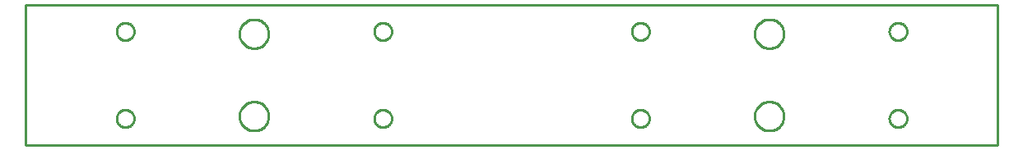
<source format=gbr>
G04 EAGLE Gerber RS-274X export*
G75*
%MOMM*%
%FSLAX34Y34*%
%LPD*%
%IN*%
%IPPOS*%
%AMOC8*
5,1,8,0,0,1.08239X$1,22.5*%
G01*
%ADD10C,0.254000*%


D10*
X0Y0D02*
X1000000Y0D01*
X1000000Y145000D01*
X0Y145000D01*
X0Y0D01*
X250000Y114464D02*
X249924Y113396D01*
X249771Y112335D01*
X249543Y111288D01*
X249241Y110260D01*
X248867Y109256D01*
X248422Y108281D01*
X247908Y107341D01*
X247329Y106440D01*
X246687Y105582D01*
X245985Y104772D01*
X245228Y104015D01*
X244418Y103313D01*
X243560Y102671D01*
X242659Y102092D01*
X241719Y101578D01*
X240744Y101133D01*
X239740Y100759D01*
X238712Y100457D01*
X237665Y100229D01*
X236604Y100076D01*
X235536Y100000D01*
X234464Y100000D01*
X233396Y100076D01*
X232335Y100229D01*
X231288Y100457D01*
X230260Y100759D01*
X229256Y101133D01*
X228281Y101578D01*
X227341Y102092D01*
X226440Y102671D01*
X225582Y103313D01*
X224772Y104015D01*
X224015Y104772D01*
X223313Y105582D01*
X222671Y106440D01*
X222092Y107341D01*
X221578Y108281D01*
X221133Y109256D01*
X220759Y110260D01*
X220457Y111288D01*
X220229Y112335D01*
X220076Y113396D01*
X220000Y114464D01*
X220000Y115536D01*
X220076Y116604D01*
X220229Y117665D01*
X220457Y118712D01*
X220759Y119740D01*
X221133Y120744D01*
X221578Y121719D01*
X222092Y122659D01*
X222671Y123560D01*
X223313Y124418D01*
X224015Y125228D01*
X224772Y125985D01*
X225582Y126687D01*
X226440Y127329D01*
X227341Y127908D01*
X228281Y128422D01*
X229256Y128867D01*
X230260Y129241D01*
X231288Y129543D01*
X232335Y129771D01*
X233396Y129924D01*
X234464Y130000D01*
X235536Y130000D01*
X236604Y129924D01*
X237665Y129771D01*
X238712Y129543D01*
X239740Y129241D01*
X240744Y128867D01*
X241719Y128422D01*
X242659Y127908D01*
X243560Y127329D01*
X244418Y126687D01*
X245228Y125985D01*
X245985Y125228D01*
X246687Y124418D01*
X247329Y123560D01*
X247908Y122659D01*
X248422Y121719D01*
X248867Y120744D01*
X249241Y119740D01*
X249543Y118712D01*
X249771Y117665D01*
X249924Y116604D01*
X250000Y115536D01*
X250000Y114464D01*
X780000Y29464D02*
X779924Y28396D01*
X779771Y27335D01*
X779543Y26288D01*
X779241Y25260D01*
X778867Y24256D01*
X778422Y23281D01*
X777908Y22341D01*
X777329Y21440D01*
X776687Y20582D01*
X775985Y19772D01*
X775228Y19015D01*
X774418Y18313D01*
X773560Y17671D01*
X772659Y17092D01*
X771719Y16578D01*
X770744Y16133D01*
X769740Y15759D01*
X768712Y15457D01*
X767665Y15229D01*
X766604Y15076D01*
X765536Y15000D01*
X764464Y15000D01*
X763396Y15076D01*
X762335Y15229D01*
X761288Y15457D01*
X760260Y15759D01*
X759256Y16133D01*
X758281Y16578D01*
X757341Y17092D01*
X756440Y17671D01*
X755582Y18313D01*
X754772Y19015D01*
X754015Y19772D01*
X753313Y20582D01*
X752671Y21440D01*
X752092Y22341D01*
X751578Y23281D01*
X751133Y24256D01*
X750759Y25260D01*
X750457Y26288D01*
X750229Y27335D01*
X750076Y28396D01*
X750000Y29464D01*
X750000Y30536D01*
X750076Y31604D01*
X750229Y32665D01*
X750457Y33712D01*
X750759Y34740D01*
X751133Y35744D01*
X751578Y36719D01*
X752092Y37659D01*
X752671Y38560D01*
X753313Y39418D01*
X754015Y40228D01*
X754772Y40985D01*
X755582Y41687D01*
X756440Y42329D01*
X757341Y42908D01*
X758281Y43422D01*
X759256Y43867D01*
X760260Y44241D01*
X761288Y44543D01*
X762335Y44771D01*
X763396Y44924D01*
X764464Y45000D01*
X765536Y45000D01*
X766604Y44924D01*
X767665Y44771D01*
X768712Y44543D01*
X769740Y44241D01*
X770744Y43867D01*
X771719Y43422D01*
X772659Y42908D01*
X773560Y42329D01*
X774418Y41687D01*
X775228Y40985D01*
X775985Y40228D01*
X776687Y39418D01*
X777329Y38560D01*
X777908Y37659D01*
X778422Y36719D01*
X778867Y35744D01*
X779241Y34740D01*
X779543Y33712D01*
X779771Y32665D01*
X779924Y31604D01*
X780000Y30536D01*
X780000Y29464D01*
X780000Y114464D02*
X779924Y113396D01*
X779771Y112335D01*
X779543Y111288D01*
X779241Y110260D01*
X778867Y109256D01*
X778422Y108281D01*
X777908Y107341D01*
X777329Y106440D01*
X776687Y105582D01*
X775985Y104772D01*
X775228Y104015D01*
X774418Y103313D01*
X773560Y102671D01*
X772659Y102092D01*
X771719Y101578D01*
X770744Y101133D01*
X769740Y100759D01*
X768712Y100457D01*
X767665Y100229D01*
X766604Y100076D01*
X765536Y100000D01*
X764464Y100000D01*
X763396Y100076D01*
X762335Y100229D01*
X761288Y100457D01*
X760260Y100759D01*
X759256Y101133D01*
X758281Y101578D01*
X757341Y102092D01*
X756440Y102671D01*
X755582Y103313D01*
X754772Y104015D01*
X754015Y104772D01*
X753313Y105582D01*
X752671Y106440D01*
X752092Y107341D01*
X751578Y108281D01*
X751133Y109256D01*
X750759Y110260D01*
X750457Y111288D01*
X750229Y112335D01*
X750076Y113396D01*
X750000Y114464D01*
X750000Y115536D01*
X750076Y116604D01*
X750229Y117665D01*
X750457Y118712D01*
X750759Y119740D01*
X751133Y120744D01*
X751578Y121719D01*
X752092Y122659D01*
X752671Y123560D01*
X753313Y124418D01*
X754015Y125228D01*
X754772Y125985D01*
X755582Y126687D01*
X756440Y127329D01*
X757341Y127908D01*
X758281Y128422D01*
X759256Y128867D01*
X760260Y129241D01*
X761288Y129543D01*
X762335Y129771D01*
X763396Y129924D01*
X764464Y130000D01*
X765536Y130000D01*
X766604Y129924D01*
X767665Y129771D01*
X768712Y129543D01*
X769740Y129241D01*
X770744Y128867D01*
X771719Y128422D01*
X772659Y127908D01*
X773560Y127329D01*
X774418Y126687D01*
X775228Y125985D01*
X775985Y125228D01*
X776687Y124418D01*
X777329Y123560D01*
X777908Y122659D01*
X778422Y121719D01*
X778867Y120744D01*
X779241Y119740D01*
X779543Y118712D01*
X779771Y117665D01*
X779924Y116604D01*
X780000Y115536D01*
X780000Y114464D01*
X250000Y29464D02*
X249924Y28396D01*
X249771Y27335D01*
X249543Y26288D01*
X249241Y25260D01*
X248867Y24256D01*
X248422Y23281D01*
X247908Y22341D01*
X247329Y21440D01*
X246687Y20582D01*
X245985Y19772D01*
X245228Y19015D01*
X244418Y18313D01*
X243560Y17671D01*
X242659Y17092D01*
X241719Y16578D01*
X240744Y16133D01*
X239740Y15759D01*
X238712Y15457D01*
X237665Y15229D01*
X236604Y15076D01*
X235536Y15000D01*
X234464Y15000D01*
X233396Y15076D01*
X232335Y15229D01*
X231288Y15457D01*
X230260Y15759D01*
X229256Y16133D01*
X228281Y16578D01*
X227341Y17092D01*
X226440Y17671D01*
X225582Y18313D01*
X224772Y19015D01*
X224015Y19772D01*
X223313Y20582D01*
X222671Y21440D01*
X222092Y22341D01*
X221578Y23281D01*
X221133Y24256D01*
X220759Y25260D01*
X220457Y26288D01*
X220229Y27335D01*
X220076Y28396D01*
X220000Y29464D01*
X220000Y30536D01*
X220076Y31604D01*
X220229Y32665D01*
X220457Y33712D01*
X220759Y34740D01*
X221133Y35744D01*
X221578Y36719D01*
X222092Y37659D01*
X222671Y38560D01*
X223313Y39418D01*
X224015Y40228D01*
X224772Y40985D01*
X225582Y41687D01*
X226440Y42329D01*
X227341Y42908D01*
X228281Y43422D01*
X229256Y43867D01*
X230260Y44241D01*
X231288Y44543D01*
X232335Y44771D01*
X233396Y44924D01*
X234464Y45000D01*
X235536Y45000D01*
X236604Y44924D01*
X237665Y44771D01*
X238712Y44543D01*
X239740Y44241D01*
X240744Y43867D01*
X241719Y43422D01*
X242659Y42908D01*
X243560Y42329D01*
X244418Y41687D01*
X245228Y40985D01*
X245985Y40228D01*
X246687Y39418D01*
X247329Y38560D01*
X247908Y37659D01*
X248422Y36719D01*
X248867Y35744D01*
X249241Y34740D01*
X249543Y33712D01*
X249771Y32665D01*
X249924Y31604D01*
X250000Y30536D01*
X250000Y29464D01*
X376517Y27148D02*
X376448Y26364D01*
X376312Y25589D01*
X376108Y24828D01*
X375839Y24088D01*
X375506Y23374D01*
X375112Y22693D01*
X374660Y22048D01*
X374154Y21444D01*
X373598Y20888D01*
X372994Y20382D01*
X372349Y19930D01*
X371668Y19536D01*
X370954Y19203D01*
X370214Y18934D01*
X369454Y18730D01*
X368678Y18594D01*
X367894Y18525D01*
X367106Y18525D01*
X366322Y18594D01*
X365547Y18730D01*
X364786Y18934D01*
X364046Y19203D01*
X363332Y19536D01*
X362651Y19930D01*
X362006Y20382D01*
X361402Y20888D01*
X360846Y21444D01*
X360340Y22048D01*
X359888Y22693D01*
X359494Y23374D01*
X359161Y24088D01*
X358892Y24828D01*
X358688Y25589D01*
X358552Y26364D01*
X358483Y27148D01*
X358483Y27936D01*
X358552Y28720D01*
X358688Y29496D01*
X358892Y30256D01*
X359161Y30996D01*
X359494Y31710D01*
X359888Y32391D01*
X360340Y33036D01*
X360846Y33640D01*
X361402Y34196D01*
X362006Y34702D01*
X362651Y35154D01*
X363332Y35548D01*
X364046Y35881D01*
X364786Y36150D01*
X365547Y36354D01*
X366322Y36490D01*
X367106Y36559D01*
X367894Y36559D01*
X368678Y36490D01*
X369454Y36354D01*
X370214Y36150D01*
X370954Y35881D01*
X371668Y35548D01*
X372349Y35154D01*
X372994Y34702D01*
X373598Y34196D01*
X374154Y33640D01*
X374660Y33036D01*
X375112Y32391D01*
X375506Y31710D01*
X375839Y30996D01*
X376108Y30256D01*
X376312Y29496D01*
X376448Y28720D01*
X376517Y27936D01*
X376517Y27148D01*
X376517Y117064D02*
X376448Y116280D01*
X376312Y115505D01*
X376108Y114744D01*
X375839Y114004D01*
X375506Y113290D01*
X375112Y112609D01*
X374660Y111964D01*
X374154Y111360D01*
X373598Y110804D01*
X372994Y110298D01*
X372349Y109846D01*
X371668Y109452D01*
X370954Y109119D01*
X370214Y108850D01*
X369454Y108646D01*
X368678Y108510D01*
X367894Y108441D01*
X367106Y108441D01*
X366322Y108510D01*
X365547Y108646D01*
X364786Y108850D01*
X364046Y109119D01*
X363332Y109452D01*
X362651Y109846D01*
X362006Y110298D01*
X361402Y110804D01*
X360846Y111360D01*
X360340Y111964D01*
X359888Y112609D01*
X359494Y113290D01*
X359161Y114004D01*
X358892Y114744D01*
X358688Y115505D01*
X358552Y116280D01*
X358483Y117064D01*
X358483Y117852D01*
X358552Y118636D01*
X358688Y119412D01*
X358892Y120172D01*
X359161Y120912D01*
X359494Y121626D01*
X359888Y122307D01*
X360340Y122952D01*
X360846Y123556D01*
X361402Y124112D01*
X362006Y124618D01*
X362651Y125070D01*
X363332Y125464D01*
X364046Y125797D01*
X364786Y126066D01*
X365547Y126270D01*
X366322Y126406D01*
X367106Y126475D01*
X367894Y126475D01*
X368678Y126406D01*
X369454Y126270D01*
X370214Y126066D01*
X370954Y125797D01*
X371668Y125464D01*
X372349Y125070D01*
X372994Y124618D01*
X373598Y124112D01*
X374154Y123556D01*
X374660Y122952D01*
X375112Y122307D01*
X375506Y121626D01*
X375839Y120912D01*
X376108Y120172D01*
X376312Y119412D01*
X376448Y118636D01*
X376517Y117852D01*
X376517Y117064D01*
X641517Y27148D02*
X641448Y26364D01*
X641312Y25589D01*
X641108Y24828D01*
X640839Y24088D01*
X640506Y23374D01*
X640112Y22693D01*
X639660Y22048D01*
X639154Y21444D01*
X638598Y20888D01*
X637994Y20382D01*
X637349Y19930D01*
X636668Y19536D01*
X635954Y19203D01*
X635214Y18934D01*
X634454Y18730D01*
X633678Y18594D01*
X632894Y18525D01*
X632106Y18525D01*
X631322Y18594D01*
X630547Y18730D01*
X629786Y18934D01*
X629046Y19203D01*
X628332Y19536D01*
X627651Y19930D01*
X627006Y20382D01*
X626402Y20888D01*
X625846Y21444D01*
X625340Y22048D01*
X624888Y22693D01*
X624494Y23374D01*
X624161Y24088D01*
X623892Y24828D01*
X623688Y25589D01*
X623552Y26364D01*
X623483Y27148D01*
X623483Y27936D01*
X623552Y28720D01*
X623688Y29496D01*
X623892Y30256D01*
X624161Y30996D01*
X624494Y31710D01*
X624888Y32391D01*
X625340Y33036D01*
X625846Y33640D01*
X626402Y34196D01*
X627006Y34702D01*
X627651Y35154D01*
X628332Y35548D01*
X629046Y35881D01*
X629786Y36150D01*
X630547Y36354D01*
X631322Y36490D01*
X632106Y36559D01*
X632894Y36559D01*
X633678Y36490D01*
X634454Y36354D01*
X635214Y36150D01*
X635954Y35881D01*
X636668Y35548D01*
X637349Y35154D01*
X637994Y34702D01*
X638598Y34196D01*
X639154Y33640D01*
X639660Y33036D01*
X640112Y32391D01*
X640506Y31710D01*
X640839Y30996D01*
X641108Y30256D01*
X641312Y29496D01*
X641448Y28720D01*
X641517Y27936D01*
X641517Y27148D01*
X641517Y117064D02*
X641448Y116280D01*
X641312Y115505D01*
X641108Y114744D01*
X640839Y114004D01*
X640506Y113290D01*
X640112Y112609D01*
X639660Y111964D01*
X639154Y111360D01*
X638598Y110804D01*
X637994Y110298D01*
X637349Y109846D01*
X636668Y109452D01*
X635954Y109119D01*
X635214Y108850D01*
X634454Y108646D01*
X633678Y108510D01*
X632894Y108441D01*
X632106Y108441D01*
X631322Y108510D01*
X630547Y108646D01*
X629786Y108850D01*
X629046Y109119D01*
X628332Y109452D01*
X627651Y109846D01*
X627006Y110298D01*
X626402Y110804D01*
X625846Y111360D01*
X625340Y111964D01*
X624888Y112609D01*
X624494Y113290D01*
X624161Y114004D01*
X623892Y114744D01*
X623688Y115505D01*
X623552Y116280D01*
X623483Y117064D01*
X623483Y117852D01*
X623552Y118636D01*
X623688Y119412D01*
X623892Y120172D01*
X624161Y120912D01*
X624494Y121626D01*
X624888Y122307D01*
X625340Y122952D01*
X625846Y123556D01*
X626402Y124112D01*
X627006Y124618D01*
X627651Y125070D01*
X628332Y125464D01*
X629046Y125797D01*
X629786Y126066D01*
X630547Y126270D01*
X631322Y126406D01*
X632106Y126475D01*
X632894Y126475D01*
X633678Y126406D01*
X634454Y126270D01*
X635214Y126066D01*
X635954Y125797D01*
X636668Y125464D01*
X637349Y125070D01*
X637994Y124618D01*
X638598Y124112D01*
X639154Y123556D01*
X639660Y122952D01*
X640112Y122307D01*
X640506Y121626D01*
X640839Y120912D01*
X641108Y120172D01*
X641312Y119412D01*
X641448Y118636D01*
X641517Y117852D01*
X641517Y117064D01*
X906517Y27148D02*
X906448Y26364D01*
X906312Y25589D01*
X906108Y24828D01*
X905839Y24088D01*
X905506Y23374D01*
X905112Y22693D01*
X904660Y22048D01*
X904154Y21444D01*
X903598Y20888D01*
X902994Y20382D01*
X902349Y19930D01*
X901668Y19536D01*
X900954Y19203D01*
X900214Y18934D01*
X899454Y18730D01*
X898678Y18594D01*
X897894Y18525D01*
X897106Y18525D01*
X896322Y18594D01*
X895547Y18730D01*
X894786Y18934D01*
X894046Y19203D01*
X893332Y19536D01*
X892651Y19930D01*
X892006Y20382D01*
X891402Y20888D01*
X890846Y21444D01*
X890340Y22048D01*
X889888Y22693D01*
X889494Y23374D01*
X889161Y24088D01*
X888892Y24828D01*
X888688Y25589D01*
X888552Y26364D01*
X888483Y27148D01*
X888483Y27936D01*
X888552Y28720D01*
X888688Y29496D01*
X888892Y30256D01*
X889161Y30996D01*
X889494Y31710D01*
X889888Y32391D01*
X890340Y33036D01*
X890846Y33640D01*
X891402Y34196D01*
X892006Y34702D01*
X892651Y35154D01*
X893332Y35548D01*
X894046Y35881D01*
X894786Y36150D01*
X895547Y36354D01*
X896322Y36490D01*
X897106Y36559D01*
X897894Y36559D01*
X898678Y36490D01*
X899454Y36354D01*
X900214Y36150D01*
X900954Y35881D01*
X901668Y35548D01*
X902349Y35154D01*
X902994Y34702D01*
X903598Y34196D01*
X904154Y33640D01*
X904660Y33036D01*
X905112Y32391D01*
X905506Y31710D01*
X905839Y30996D01*
X906108Y30256D01*
X906312Y29496D01*
X906448Y28720D01*
X906517Y27936D01*
X906517Y27148D01*
X906517Y117064D02*
X906448Y116280D01*
X906312Y115505D01*
X906108Y114744D01*
X905839Y114004D01*
X905506Y113290D01*
X905112Y112609D01*
X904660Y111964D01*
X904154Y111360D01*
X903598Y110804D01*
X902994Y110298D01*
X902349Y109846D01*
X901668Y109452D01*
X900954Y109119D01*
X900214Y108850D01*
X899454Y108646D01*
X898678Y108510D01*
X897894Y108441D01*
X897106Y108441D01*
X896322Y108510D01*
X895547Y108646D01*
X894786Y108850D01*
X894046Y109119D01*
X893332Y109452D01*
X892651Y109846D01*
X892006Y110298D01*
X891402Y110804D01*
X890846Y111360D01*
X890340Y111964D01*
X889888Y112609D01*
X889494Y113290D01*
X889161Y114004D01*
X888892Y114744D01*
X888688Y115505D01*
X888552Y116280D01*
X888483Y117064D01*
X888483Y117852D01*
X888552Y118636D01*
X888688Y119412D01*
X888892Y120172D01*
X889161Y120912D01*
X889494Y121626D01*
X889888Y122307D01*
X890340Y122952D01*
X890846Y123556D01*
X891402Y124112D01*
X892006Y124618D01*
X892651Y125070D01*
X893332Y125464D01*
X894046Y125797D01*
X894786Y126066D01*
X895547Y126270D01*
X896322Y126406D01*
X897106Y126475D01*
X897894Y126475D01*
X898678Y126406D01*
X899454Y126270D01*
X900214Y126066D01*
X900954Y125797D01*
X901668Y125464D01*
X902349Y125070D01*
X902994Y124618D01*
X903598Y124112D01*
X904154Y123556D01*
X904660Y122952D01*
X905112Y122307D01*
X905506Y121626D01*
X905839Y120912D01*
X906108Y120172D01*
X906312Y119412D01*
X906448Y118636D01*
X906517Y117852D01*
X906517Y117064D01*
X111517Y27148D02*
X111448Y26364D01*
X111312Y25589D01*
X111108Y24828D01*
X110839Y24088D01*
X110506Y23374D01*
X110112Y22693D01*
X109660Y22048D01*
X109154Y21444D01*
X108598Y20888D01*
X107994Y20382D01*
X107349Y19930D01*
X106668Y19536D01*
X105954Y19203D01*
X105214Y18934D01*
X104454Y18730D01*
X103678Y18594D01*
X102894Y18525D01*
X102106Y18525D01*
X101322Y18594D01*
X100547Y18730D01*
X99786Y18934D01*
X99046Y19203D01*
X98332Y19536D01*
X97651Y19930D01*
X97006Y20382D01*
X96402Y20888D01*
X95846Y21444D01*
X95340Y22048D01*
X94888Y22693D01*
X94494Y23374D01*
X94161Y24088D01*
X93892Y24828D01*
X93688Y25589D01*
X93552Y26364D01*
X93483Y27148D01*
X93483Y27936D01*
X93552Y28720D01*
X93688Y29496D01*
X93892Y30256D01*
X94161Y30996D01*
X94494Y31710D01*
X94888Y32391D01*
X95340Y33036D01*
X95846Y33640D01*
X96402Y34196D01*
X97006Y34702D01*
X97651Y35154D01*
X98332Y35548D01*
X99046Y35881D01*
X99786Y36150D01*
X100547Y36354D01*
X101322Y36490D01*
X102106Y36559D01*
X102894Y36559D01*
X103678Y36490D01*
X104454Y36354D01*
X105214Y36150D01*
X105954Y35881D01*
X106668Y35548D01*
X107349Y35154D01*
X107994Y34702D01*
X108598Y34196D01*
X109154Y33640D01*
X109660Y33036D01*
X110112Y32391D01*
X110506Y31710D01*
X110839Y30996D01*
X111108Y30256D01*
X111312Y29496D01*
X111448Y28720D01*
X111517Y27936D01*
X111517Y27148D01*
X111517Y117064D02*
X111448Y116280D01*
X111312Y115505D01*
X111108Y114744D01*
X110839Y114004D01*
X110506Y113290D01*
X110112Y112609D01*
X109660Y111964D01*
X109154Y111360D01*
X108598Y110804D01*
X107994Y110298D01*
X107349Y109846D01*
X106668Y109452D01*
X105954Y109119D01*
X105214Y108850D01*
X104454Y108646D01*
X103678Y108510D01*
X102894Y108441D01*
X102106Y108441D01*
X101322Y108510D01*
X100547Y108646D01*
X99786Y108850D01*
X99046Y109119D01*
X98332Y109452D01*
X97651Y109846D01*
X97006Y110298D01*
X96402Y110804D01*
X95846Y111360D01*
X95340Y111964D01*
X94888Y112609D01*
X94494Y113290D01*
X94161Y114004D01*
X93892Y114744D01*
X93688Y115505D01*
X93552Y116280D01*
X93483Y117064D01*
X93483Y117852D01*
X93552Y118636D01*
X93688Y119412D01*
X93892Y120172D01*
X94161Y120912D01*
X94494Y121626D01*
X94888Y122307D01*
X95340Y122952D01*
X95846Y123556D01*
X96402Y124112D01*
X97006Y124618D01*
X97651Y125070D01*
X98332Y125464D01*
X99046Y125797D01*
X99786Y126066D01*
X100547Y126270D01*
X101322Y126406D01*
X102106Y126475D01*
X102894Y126475D01*
X103678Y126406D01*
X104454Y126270D01*
X105214Y126066D01*
X105954Y125797D01*
X106668Y125464D01*
X107349Y125070D01*
X107994Y124618D01*
X108598Y124112D01*
X109154Y123556D01*
X109660Y122952D01*
X110112Y122307D01*
X110506Y121626D01*
X110839Y120912D01*
X111108Y120172D01*
X111312Y119412D01*
X111448Y118636D01*
X111517Y117852D01*
X111517Y117064D01*
M02*

</source>
